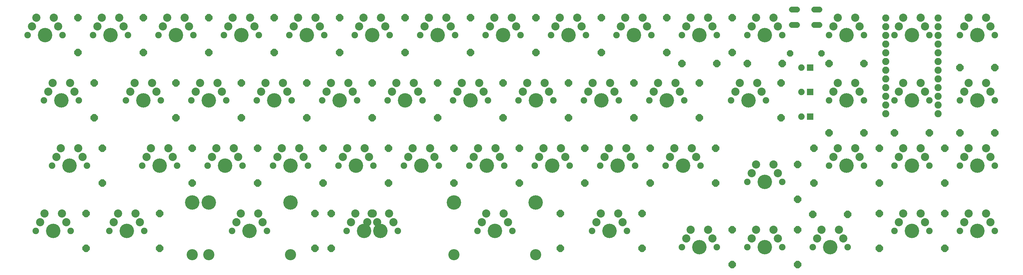
<source format=gbr>
G04 EAGLE Gerber RS-274X export*
G75*
%MOMM*%
%FSLAX34Y34*%
%LPD*%
%INSoldermask Bottom*%
%IPPOS*%
%AMOC8*
5,1,8,0,0,1.08239X$1,22.5*%
G01*
%ADD10C,2.082800*%
%ADD11C,1.711200*%
%ADD12C,4.203200*%
%ADD13C,1.903200*%
%ADD14C,2.387600*%
%ADD15C,3.253200*%
%ADD16P,2.309387X8X112.500000*%
%ADD17P,2.309387X8X22.500000*%
%ADD18C,1.879600*%
%ADD19R,1.879600X1.879600*%
%ADD20P,2.034460X8X202.500000*%


D10*
X2790825Y621109D03*
X2790825Y595709D03*
X2790825Y570309D03*
X2790825Y544909D03*
X2790825Y519509D03*
X2790825Y494109D03*
X2790825Y468709D03*
X2790825Y443309D03*
X2790825Y417909D03*
X2790825Y392509D03*
X2790825Y367109D03*
X2790825Y341709D03*
X2638425Y341709D03*
X2638425Y367109D03*
X2638425Y392509D03*
X2638425Y417909D03*
X2638425Y443309D03*
X2638425Y468709D03*
X2638425Y494109D03*
X2638425Y519509D03*
X2638425Y544909D03*
X2638425Y570309D03*
X2638425Y595709D03*
X2638425Y621109D03*
D11*
X2445103Y645734D02*
X2430023Y645734D01*
X2380103Y645734D02*
X2365023Y645734D01*
X2430023Y600734D02*
X2445103Y600734D01*
X2380103Y600734D02*
X2365023Y600734D01*
D12*
X190500Y571500D03*
D13*
X139700Y571500D03*
X241300Y571500D03*
D14*
X152400Y596900D03*
X215900Y622300D03*
D12*
X381000Y571500D03*
D13*
X330200Y571500D03*
X431800Y571500D03*
D14*
X342900Y596900D03*
X406400Y622300D03*
D12*
X571500Y571500D03*
D13*
X520700Y571500D03*
X622300Y571500D03*
D14*
X533400Y596900D03*
X596900Y622300D03*
D12*
X762000Y571500D03*
D13*
X711200Y571500D03*
X812800Y571500D03*
D14*
X723900Y596900D03*
X787400Y622300D03*
D12*
X952500Y571500D03*
D13*
X901700Y571500D03*
X1003300Y571500D03*
D14*
X914400Y596900D03*
X977900Y622300D03*
D12*
X1143000Y571500D03*
D13*
X1092200Y571500D03*
X1193800Y571500D03*
D14*
X1104900Y596900D03*
X1168400Y622300D03*
D12*
X1333500Y571500D03*
D13*
X1282700Y571500D03*
X1384300Y571500D03*
D14*
X1295400Y596900D03*
X1358900Y622300D03*
D12*
X1524000Y571500D03*
D13*
X1473200Y571500D03*
X1574800Y571500D03*
D14*
X1485900Y596900D03*
X1549400Y622300D03*
D12*
X1714500Y571500D03*
D13*
X1663700Y571500D03*
X1765300Y571500D03*
D14*
X1676400Y596900D03*
X1739900Y622300D03*
D12*
X1905000Y571500D03*
D13*
X1854200Y571500D03*
X1955800Y571500D03*
D14*
X1866900Y596900D03*
X1930400Y622300D03*
D12*
X2095500Y571500D03*
D13*
X2044700Y571500D03*
X2146300Y571500D03*
D14*
X2057400Y596900D03*
X2120900Y622300D03*
D12*
X2286000Y571500D03*
D13*
X2235200Y571500D03*
X2336800Y571500D03*
D14*
X2247900Y596900D03*
X2311400Y622300D03*
D12*
X2524125Y571500D03*
D13*
X2473325Y571500D03*
X2574925Y571500D03*
D14*
X2486025Y596900D03*
X2549525Y622300D03*
D12*
X2714625Y571500D03*
D13*
X2663825Y571500D03*
X2765425Y571500D03*
D14*
X2676525Y596900D03*
X2740025Y622300D03*
D12*
X2905125Y571500D03*
D13*
X2854325Y571500D03*
X2955925Y571500D03*
D14*
X2867025Y596900D03*
X2930525Y622300D03*
D12*
X238125Y381000D03*
D13*
X187325Y381000D03*
X288925Y381000D03*
D14*
X200025Y406400D03*
X263525Y431800D03*
D12*
X476250Y381000D03*
D13*
X425450Y381000D03*
X527050Y381000D03*
D14*
X438150Y406400D03*
X501650Y431800D03*
D12*
X666750Y381000D03*
D13*
X615950Y381000D03*
X717550Y381000D03*
D14*
X628650Y406400D03*
X692150Y431800D03*
D12*
X857250Y381000D03*
D13*
X806450Y381000D03*
X908050Y381000D03*
D14*
X819150Y406400D03*
X882650Y431800D03*
D12*
X1047750Y381000D03*
D13*
X996950Y381000D03*
X1098550Y381000D03*
D14*
X1009650Y406400D03*
X1073150Y431800D03*
D12*
X1238250Y381000D03*
D13*
X1187450Y381000D03*
X1289050Y381000D03*
D14*
X1200150Y406400D03*
X1263650Y431800D03*
D12*
X1428750Y381000D03*
D13*
X1377950Y381000D03*
X1479550Y381000D03*
D14*
X1390650Y406400D03*
X1454150Y431800D03*
D12*
X1619250Y381000D03*
D13*
X1568450Y381000D03*
X1670050Y381000D03*
D14*
X1581150Y406400D03*
X1644650Y431800D03*
D12*
X1809750Y381000D03*
D13*
X1758950Y381000D03*
X1860550Y381000D03*
D14*
X1771650Y406400D03*
X1835150Y431800D03*
D12*
X2000250Y381000D03*
D13*
X1949450Y381000D03*
X2051050Y381000D03*
D14*
X1962150Y406400D03*
X2025650Y431800D03*
D12*
X2238375Y381000D03*
D13*
X2187575Y381000D03*
X2289175Y381000D03*
D14*
X2200275Y406400D03*
X2263775Y431800D03*
D12*
X2524125Y381000D03*
D13*
X2473325Y381000D03*
X2574925Y381000D03*
D14*
X2486025Y406400D03*
X2549525Y431800D03*
D12*
X2714625Y381000D03*
D13*
X2663825Y381000D03*
X2765425Y381000D03*
D14*
X2676525Y406400D03*
X2740025Y431800D03*
D12*
X2905125Y381000D03*
D13*
X2854325Y381000D03*
X2955925Y381000D03*
D14*
X2867025Y406400D03*
X2930525Y431800D03*
D12*
X261938Y190500D03*
D13*
X211138Y190500D03*
X312738Y190500D03*
D14*
X223838Y215900D03*
X287338Y241300D03*
D12*
X523875Y190500D03*
D13*
X473075Y190500D03*
X574675Y190500D03*
D14*
X485775Y215900D03*
X549275Y241300D03*
D12*
X714375Y190500D03*
D13*
X663575Y190500D03*
X765175Y190500D03*
D14*
X676275Y215900D03*
X739775Y241300D03*
D12*
X904875Y190500D03*
D13*
X854075Y190500D03*
X955675Y190500D03*
D14*
X866775Y215900D03*
X930275Y241300D03*
D12*
X1095375Y190500D03*
D13*
X1044575Y190500D03*
X1146175Y190500D03*
D14*
X1057275Y215900D03*
X1120775Y241300D03*
D12*
X1285875Y190500D03*
D13*
X1235075Y190500D03*
X1336675Y190500D03*
D14*
X1247775Y215900D03*
X1311275Y241300D03*
D12*
X1476375Y190500D03*
D13*
X1425575Y190500D03*
X1527175Y190500D03*
D14*
X1438275Y215900D03*
X1501775Y241300D03*
D12*
X1666875Y190500D03*
D13*
X1616075Y190500D03*
X1717675Y190500D03*
D14*
X1628775Y215900D03*
X1692275Y241300D03*
D12*
X1857375Y190500D03*
D13*
X1806575Y190500D03*
X1908175Y190500D03*
D14*
X1819275Y215900D03*
X1882775Y241300D03*
D12*
X2047875Y190500D03*
D13*
X1997075Y190500D03*
X2098675Y190500D03*
D14*
X2009775Y215900D03*
X2073275Y241300D03*
D12*
X2286000Y142875D03*
D13*
X2235200Y142875D03*
X2336800Y142875D03*
D14*
X2247900Y168275D03*
X2311400Y193675D03*
D12*
X2524125Y190500D03*
D13*
X2473325Y190500D03*
X2574925Y190500D03*
D14*
X2486025Y215900D03*
X2549525Y241300D03*
D12*
X2714625Y190500D03*
D13*
X2663825Y190500D03*
X2765425Y190500D03*
D14*
X2676525Y215900D03*
X2740025Y241300D03*
D12*
X2905125Y190500D03*
D13*
X2854325Y190500D03*
X2955925Y190500D03*
D14*
X2867025Y215900D03*
X2930525Y241300D03*
D12*
X214313Y0D03*
D13*
X163513Y0D03*
X265113Y0D03*
D14*
X176213Y25400D03*
X239713Y50800D03*
D12*
X428625Y0D03*
D13*
X377825Y0D03*
X479425Y0D03*
D14*
X390525Y25400D03*
X454025Y50800D03*
D12*
X785813Y0D03*
D13*
X735013Y0D03*
X836613Y0D03*
D15*
X666813Y-70000D03*
X904813Y-70000D03*
D12*
X666813Y82400D03*
X904813Y82400D03*
D14*
X747713Y25400D03*
X811213Y50800D03*
D12*
X1166813Y0D03*
D13*
X1116013Y0D03*
X1217613Y0D03*
D14*
X1128713Y25400D03*
X1192213Y50800D03*
D12*
X1500188Y0D03*
D13*
X1449388Y0D03*
X1550988Y0D03*
D15*
X1381188Y-70000D03*
X1619188Y-70000D03*
D12*
X1381188Y82400D03*
X1619188Y82400D03*
D14*
X1462088Y25400D03*
X1525588Y50800D03*
D12*
X1833563Y0D03*
D13*
X1782763Y0D03*
X1884363Y0D03*
D14*
X1795463Y25400D03*
X1858963Y50800D03*
D12*
X2095500Y-47625D03*
D13*
X2044700Y-47625D03*
X2146300Y-47625D03*
D14*
X2057400Y-22225D03*
X2120900Y3175D03*
D12*
X2286000Y-47625D03*
D13*
X2235200Y-47625D03*
X2336800Y-47625D03*
D14*
X2247900Y-22225D03*
X2311400Y3175D03*
D12*
X2476500Y-47625D03*
D13*
X2425700Y-47625D03*
X2527300Y-47625D03*
D14*
X2438400Y-22225D03*
X2501900Y3175D03*
D12*
X2714625Y0D03*
D13*
X2663825Y0D03*
X2765425Y0D03*
D14*
X2676525Y25400D03*
X2740025Y50800D03*
D12*
X2905125Y0D03*
D13*
X2854325Y0D03*
X2955925Y0D03*
D14*
X2867025Y25400D03*
X2930525Y50800D03*
D12*
X1119188Y0D03*
D13*
X1068388Y0D03*
X1169988Y0D03*
D15*
X619188Y-70000D03*
X1619188Y-70000D03*
D12*
X619188Y82400D03*
X1619188Y82400D03*
D14*
X1081088Y25400D03*
X1144588Y50800D03*
D16*
X285750Y520700D03*
X285750Y622300D03*
X666750Y520700D03*
X666750Y622300D03*
X1047750Y520700D03*
X1047750Y622300D03*
X1428750Y520700D03*
X1428750Y622300D03*
X1809750Y520700D03*
X1809750Y622300D03*
X2190750Y520700D03*
X2190750Y622300D03*
D17*
X2473325Y488156D03*
X2574925Y488156D03*
D16*
X476250Y520700D03*
X476250Y622300D03*
X857250Y520700D03*
X857250Y622300D03*
X1238250Y520700D03*
X1238250Y622300D03*
X1619250Y520700D03*
X1619250Y622300D03*
X2000250Y520700D03*
X2000250Y622300D03*
D17*
X2235200Y488156D03*
X2336800Y488156D03*
X2854325Y476250D03*
X2955925Y476250D03*
D16*
X333375Y330200D03*
X333375Y431800D03*
X571500Y330200D03*
X571500Y431800D03*
X762000Y330200D03*
X762000Y431800D03*
X952500Y330200D03*
X952500Y431800D03*
X1143000Y330200D03*
X1143000Y431800D03*
X1333500Y330200D03*
X1333500Y431800D03*
X1524000Y330200D03*
X1524000Y431800D03*
X1714500Y330200D03*
X1714500Y431800D03*
X1905000Y330200D03*
X1905000Y431800D03*
D17*
X2044700Y488156D03*
X2146300Y488156D03*
D16*
X2333625Y330200D03*
X2333625Y431800D03*
D17*
X2473325Y285750D03*
X2574925Y285750D03*
X2663825Y285750D03*
X2765425Y285750D03*
X2854325Y285750D03*
X2955925Y285750D03*
D16*
X357188Y139700D03*
X357188Y241300D03*
X619125Y139700D03*
X619125Y241300D03*
X809625Y139700D03*
X809625Y241300D03*
X1000125Y139700D03*
X1000125Y241300D03*
X1190625Y139700D03*
X1190625Y241300D03*
X1381125Y139700D03*
X1381125Y241300D03*
X1571625Y139700D03*
X1571625Y241300D03*
X1762125Y139700D03*
X1762125Y241300D03*
X1952625Y139700D03*
X1952625Y241300D03*
X2095500Y330200D03*
X2095500Y431800D03*
X2381250Y92075D03*
X2381250Y193675D03*
X2428875Y139700D03*
X2428875Y241300D03*
X2619375Y139700D03*
X2619375Y241300D03*
X2809875Y139700D03*
X2809875Y241300D03*
X309563Y-50800D03*
X309563Y50800D03*
X523875Y-50800D03*
X523875Y50800D03*
X976313Y-50800D03*
X976313Y50800D03*
X1023938Y-50800D03*
X1023938Y50800D03*
X1690688Y-50800D03*
X1690688Y50800D03*
X1928813Y-50800D03*
X1928813Y50800D03*
X2190750Y-98425D03*
X2190750Y3175D03*
X2143125Y139700D03*
X2143125Y241300D03*
X2381250Y-98425D03*
X2381250Y3175D03*
D17*
X2425700Y47625D03*
X2527300Y47625D03*
D16*
X2619375Y-50800D03*
X2619375Y50800D03*
X2809875Y-50800D03*
X2809875Y50800D03*
D12*
X190500Y571500D03*
D13*
X241300Y571500D03*
X139700Y571500D03*
D14*
X228600Y596900D03*
X165100Y622300D03*
D12*
X381000Y571500D03*
D13*
X431800Y571500D03*
X330200Y571500D03*
D14*
X419100Y596900D03*
X355600Y622300D03*
D12*
X571500Y571500D03*
D13*
X622300Y571500D03*
X520700Y571500D03*
D14*
X609600Y596900D03*
X546100Y622300D03*
D12*
X762000Y571500D03*
D13*
X812800Y571500D03*
X711200Y571500D03*
D14*
X800100Y596900D03*
X736600Y622300D03*
D12*
X952500Y571500D03*
D13*
X1003300Y571500D03*
X901700Y571500D03*
D14*
X990600Y596900D03*
X927100Y622300D03*
D12*
X1143000Y571500D03*
D13*
X1193800Y571500D03*
X1092200Y571500D03*
D14*
X1181100Y596900D03*
X1117600Y622300D03*
D12*
X1333500Y571500D03*
D13*
X1384300Y571500D03*
X1282700Y571500D03*
D14*
X1371600Y596900D03*
X1308100Y622300D03*
D12*
X1524000Y571500D03*
D13*
X1574800Y571500D03*
X1473200Y571500D03*
D14*
X1562100Y596900D03*
X1498600Y622300D03*
D12*
X1714500Y571500D03*
D13*
X1765300Y571500D03*
X1663700Y571500D03*
D14*
X1752600Y596900D03*
X1689100Y622300D03*
D12*
X1905000Y571500D03*
D13*
X1955800Y571500D03*
X1854200Y571500D03*
D14*
X1943100Y596900D03*
X1879600Y622300D03*
D12*
X2286000Y571500D03*
D13*
X2336800Y571500D03*
X2235200Y571500D03*
D14*
X2324100Y596900D03*
X2260600Y622300D03*
D12*
X2524125Y571500D03*
D13*
X2574925Y571500D03*
X2473325Y571500D03*
D14*
X2562225Y596900D03*
X2498725Y622300D03*
D12*
X2714625Y571500D03*
D13*
X2765425Y571500D03*
X2663825Y571500D03*
D14*
X2752725Y596900D03*
X2689225Y622300D03*
D12*
X2905125Y571500D03*
D13*
X2955925Y571500D03*
X2854325Y571500D03*
D14*
X2943225Y596900D03*
X2879725Y622300D03*
D12*
X238125Y381000D03*
D13*
X288925Y381000D03*
X187325Y381000D03*
D14*
X276225Y406400D03*
X212725Y431800D03*
D12*
X476250Y381000D03*
D13*
X527050Y381000D03*
X425450Y381000D03*
D14*
X514350Y406400D03*
X450850Y431800D03*
D12*
X666750Y381000D03*
D13*
X717550Y381000D03*
X615950Y381000D03*
D14*
X704850Y406400D03*
X641350Y431800D03*
D12*
X857250Y381000D03*
D13*
X908050Y381000D03*
X806450Y381000D03*
D14*
X895350Y406400D03*
X831850Y431800D03*
D12*
X1047750Y381000D03*
D13*
X1098550Y381000D03*
X996950Y381000D03*
D14*
X1085850Y406400D03*
X1022350Y431800D03*
D12*
X1238250Y381000D03*
D13*
X1289050Y381000D03*
X1187450Y381000D03*
D14*
X1276350Y406400D03*
X1212850Y431800D03*
D12*
X1428750Y381000D03*
D13*
X1479550Y381000D03*
X1377950Y381000D03*
D14*
X1466850Y406400D03*
X1403350Y431800D03*
D12*
X1619250Y381000D03*
D13*
X1670050Y381000D03*
X1568450Y381000D03*
D14*
X1657350Y406400D03*
X1593850Y431800D03*
D12*
X1809750Y381000D03*
D13*
X1860550Y381000D03*
X1758950Y381000D03*
D14*
X1847850Y406400D03*
X1784350Y431800D03*
D12*
X2095500Y571500D03*
D13*
X2146300Y571500D03*
X2044700Y571500D03*
D14*
X2133600Y596900D03*
X2070100Y622300D03*
D12*
X2238375Y381000D03*
D13*
X2289175Y381000D03*
X2187575Y381000D03*
D14*
X2276475Y406400D03*
X2212975Y431800D03*
D12*
X2524125Y381000D03*
D13*
X2574925Y381000D03*
X2473325Y381000D03*
D14*
X2562225Y406400D03*
X2498725Y431800D03*
D12*
X2714625Y381000D03*
D13*
X2765425Y381000D03*
X2663825Y381000D03*
D14*
X2752725Y406400D03*
X2689225Y431800D03*
D12*
X2905125Y381000D03*
D13*
X2955925Y381000D03*
X2854325Y381000D03*
D14*
X2943225Y406400D03*
X2879725Y431800D03*
D12*
X261938Y190500D03*
D13*
X312738Y190500D03*
X211138Y190500D03*
D14*
X300038Y215900D03*
X236538Y241300D03*
D12*
X523875Y190500D03*
D13*
X574675Y190500D03*
X473075Y190500D03*
D14*
X561975Y215900D03*
X498475Y241300D03*
D12*
X714375Y190500D03*
D13*
X765175Y190500D03*
X663575Y190500D03*
D14*
X752475Y215900D03*
X688975Y241300D03*
D12*
X904875Y190500D03*
D13*
X955675Y190500D03*
X854075Y190500D03*
D14*
X942975Y215900D03*
X879475Y241300D03*
D12*
X1095375Y190500D03*
D13*
X1146175Y190500D03*
X1044575Y190500D03*
D14*
X1133475Y215900D03*
X1069975Y241300D03*
D12*
X1285875Y190500D03*
D13*
X1336675Y190500D03*
X1235075Y190500D03*
D14*
X1323975Y215900D03*
X1260475Y241300D03*
D12*
X1476375Y190500D03*
D13*
X1527175Y190500D03*
X1425575Y190500D03*
D14*
X1514475Y215900D03*
X1450975Y241300D03*
D12*
X1666875Y190500D03*
D13*
X1717675Y190500D03*
X1616075Y190500D03*
D14*
X1704975Y215900D03*
X1641475Y241300D03*
D12*
X1857375Y190500D03*
D13*
X1908175Y190500D03*
X1806575Y190500D03*
D14*
X1895475Y215900D03*
X1831975Y241300D03*
D12*
X2000250Y381000D03*
D13*
X2051050Y381000D03*
X1949450Y381000D03*
D14*
X2038350Y406400D03*
X1974850Y431800D03*
D12*
X2286000Y142875D03*
D13*
X2336800Y142875D03*
X2235200Y142875D03*
D14*
X2324100Y168275D03*
X2260600Y193675D03*
D12*
X2524125Y190500D03*
D13*
X2574925Y190500D03*
X2473325Y190500D03*
D14*
X2562225Y215900D03*
X2498725Y241300D03*
D12*
X2714625Y190500D03*
D13*
X2765425Y190500D03*
X2663825Y190500D03*
D14*
X2752725Y215900D03*
X2689225Y241300D03*
D12*
X2905125Y190500D03*
D13*
X2955925Y190500D03*
X2854325Y190500D03*
D14*
X2943225Y215900D03*
X2879725Y241300D03*
D12*
X214313Y0D03*
D13*
X265113Y0D03*
X163513Y0D03*
D14*
X252413Y25400D03*
X188913Y50800D03*
D12*
X428625Y0D03*
D13*
X479425Y0D03*
X377825Y0D03*
D14*
X466725Y25400D03*
X403225Y50800D03*
D12*
X785813Y0D03*
D13*
X836613Y0D03*
X735013Y0D03*
D14*
X823913Y25400D03*
X760413Y50800D03*
D12*
X1500188Y0D03*
D13*
X1550988Y0D03*
X1449388Y0D03*
D14*
X1538288Y25400D03*
X1474788Y50800D03*
D12*
X1833563Y0D03*
D13*
X1884363Y0D03*
X1782763Y0D03*
D14*
X1871663Y25400D03*
X1808163Y50800D03*
D12*
X2095500Y-47625D03*
D13*
X2146300Y-47625D03*
X2044700Y-47625D03*
D14*
X2133600Y-22225D03*
X2070100Y3175D03*
D12*
X2047875Y190500D03*
D13*
X2098675Y190500D03*
X1997075Y190500D03*
D14*
X2085975Y215900D03*
X2022475Y241300D03*
D12*
X2286000Y-47625D03*
D13*
X2336800Y-47625D03*
X2235200Y-47625D03*
D14*
X2324100Y-22225D03*
X2260600Y3175D03*
D12*
X2476500Y-47625D03*
D13*
X2527300Y-47625D03*
X2425700Y-47625D03*
D14*
X2514600Y-22225D03*
X2451100Y3175D03*
D12*
X2714625Y0D03*
D13*
X2765425Y0D03*
X2663825Y0D03*
D14*
X2752725Y25400D03*
X2689225Y50800D03*
D12*
X2905125Y0D03*
D13*
X2955925Y0D03*
X2854325Y0D03*
D14*
X2943225Y25400D03*
X2879725Y50800D03*
D12*
X1166813Y0D03*
D13*
X1217613Y0D03*
X1116013Y0D03*
D14*
X1204913Y25400D03*
X1141413Y50800D03*
D12*
X1119188Y0D03*
D13*
X1169988Y0D03*
X1068388Y0D03*
D15*
X1619188Y-70000D03*
X619188Y-70000D03*
D12*
X1619188Y82400D03*
X619188Y82400D03*
D14*
X1157288Y25400D03*
X1093788Y50800D03*
D18*
X2392363Y476250D03*
D19*
X2417763Y476250D03*
D18*
X2392363Y404813D03*
D19*
X2417763Y404813D03*
D18*
X2392363Y333375D03*
D19*
X2417763Y333375D03*
D20*
X2450783Y517922D03*
X2359343Y517922D03*
M02*

</source>
